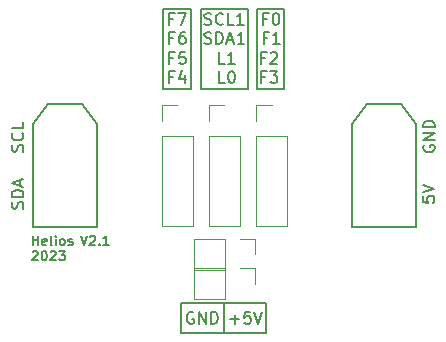
<source format=gbr>
%TF.GenerationSoftware,KiCad,Pcbnew,(7.0.0)*%
%TF.CreationDate,2023-11-14T12:38:22+01:00*%
%TF.ProjectId,Helios_PCB_section,48656c69-6f73-45f5-9043-425f73656374,rev?*%
%TF.SameCoordinates,Original*%
%TF.FileFunction,Legend,Top*%
%TF.FilePolarity,Positive*%
%FSLAX46Y46*%
G04 Gerber Fmt 4.6, Leading zero omitted, Abs format (unit mm)*
G04 Created by KiCad (PCBNEW (7.0.0)) date 2023-11-14 12:38:22*
%MOMM*%
%LPD*%
G01*
G04 APERTURE LIST*
%ADD10C,0.150000*%
%ADD11C,0.120000*%
G04 APERTURE END LIST*
D10*
X88798400Y-95173800D02*
X94208600Y-95173800D01*
X121208800Y-95199200D02*
X121208800Y-86461600D01*
X90093800Y-84759800D02*
X88798400Y-86436200D01*
X99800000Y-83500000D02*
X102200000Y-83500000D01*
X94208600Y-95173800D02*
X94208600Y-86461600D01*
X121208800Y-86461600D02*
X119913400Y-84785200D01*
X110000000Y-83500000D02*
X110000000Y-76750000D01*
X99800000Y-76750000D02*
X99800000Y-83500000D01*
X119913400Y-84785200D02*
X117094000Y-84785200D01*
X102200000Y-83500000D02*
X102200000Y-76750000D01*
X103000000Y-76750000D02*
X103000000Y-83500000D01*
X117094000Y-84785200D02*
X115798600Y-86487000D01*
X102200000Y-76750000D02*
X99800000Y-76750000D01*
X94208600Y-86461600D02*
X92913200Y-84759800D01*
X104950000Y-101600000D02*
X104950000Y-104167000D01*
X92913200Y-84759800D02*
X90093800Y-84759800D01*
X110000000Y-76750000D02*
X107750000Y-76750000D01*
X103000000Y-83500000D02*
X107000000Y-83500000D01*
X107000000Y-83500000D02*
X107000000Y-76750000D01*
X107000000Y-76750000D02*
X103000000Y-76750000D01*
X101352000Y-101600000D02*
X108548000Y-101600000D01*
X108548000Y-101600000D02*
X108548000Y-104167000D01*
X108548000Y-104167000D02*
X101352000Y-104167000D01*
X101352000Y-104167000D02*
X101352000Y-101600000D01*
X88798400Y-86436200D02*
X88798400Y-95173800D01*
X107750000Y-83500000D02*
X110000000Y-83500000D01*
X115798600Y-95199200D02*
X121208800Y-95199200D01*
X107750000Y-76750000D02*
X107750000Y-83500000D01*
X115798600Y-86487000D02*
X115798600Y-95199200D01*
X100671428Y-77558571D02*
X100338095Y-77558571D01*
X100338095Y-78082380D02*
X100338095Y-77082380D01*
X100338095Y-77082380D02*
X100814285Y-77082380D01*
X101100000Y-77082380D02*
X101766666Y-77082380D01*
X101766666Y-77082380D02*
X101338095Y-78082380D01*
X103300000Y-78034761D02*
X103442857Y-78082380D01*
X103442857Y-78082380D02*
X103680952Y-78082380D01*
X103680952Y-78082380D02*
X103776190Y-78034761D01*
X103776190Y-78034761D02*
X103823809Y-77987142D01*
X103823809Y-77987142D02*
X103871428Y-77891904D01*
X103871428Y-77891904D02*
X103871428Y-77796666D01*
X103871428Y-77796666D02*
X103823809Y-77701428D01*
X103823809Y-77701428D02*
X103776190Y-77653809D01*
X103776190Y-77653809D02*
X103680952Y-77606190D01*
X103680952Y-77606190D02*
X103490476Y-77558571D01*
X103490476Y-77558571D02*
X103395238Y-77510952D01*
X103395238Y-77510952D02*
X103347619Y-77463333D01*
X103347619Y-77463333D02*
X103300000Y-77368095D01*
X103300000Y-77368095D02*
X103300000Y-77272857D01*
X103300000Y-77272857D02*
X103347619Y-77177619D01*
X103347619Y-77177619D02*
X103395238Y-77130000D01*
X103395238Y-77130000D02*
X103490476Y-77082380D01*
X103490476Y-77082380D02*
X103728571Y-77082380D01*
X103728571Y-77082380D02*
X103871428Y-77130000D01*
X104871428Y-77987142D02*
X104823809Y-78034761D01*
X104823809Y-78034761D02*
X104680952Y-78082380D01*
X104680952Y-78082380D02*
X104585714Y-78082380D01*
X104585714Y-78082380D02*
X104442857Y-78034761D01*
X104442857Y-78034761D02*
X104347619Y-77939523D01*
X104347619Y-77939523D02*
X104300000Y-77844285D01*
X104300000Y-77844285D02*
X104252381Y-77653809D01*
X104252381Y-77653809D02*
X104252381Y-77510952D01*
X104252381Y-77510952D02*
X104300000Y-77320476D01*
X104300000Y-77320476D02*
X104347619Y-77225238D01*
X104347619Y-77225238D02*
X104442857Y-77130000D01*
X104442857Y-77130000D02*
X104585714Y-77082380D01*
X104585714Y-77082380D02*
X104680952Y-77082380D01*
X104680952Y-77082380D02*
X104823809Y-77130000D01*
X104823809Y-77130000D02*
X104871428Y-77177619D01*
X105776190Y-78082380D02*
X105300000Y-78082380D01*
X105300000Y-78082380D02*
X105300000Y-77082380D01*
X106633333Y-78082380D02*
X106061905Y-78082380D01*
X106347619Y-78082380D02*
X106347619Y-77082380D01*
X106347619Y-77082380D02*
X106252381Y-77225238D01*
X106252381Y-77225238D02*
X106157143Y-77320476D01*
X106157143Y-77320476D02*
X106061905Y-77368095D01*
X108595238Y-77558571D02*
X108261905Y-77558571D01*
X108261905Y-78082380D02*
X108261905Y-77082380D01*
X108261905Y-77082380D02*
X108738095Y-77082380D01*
X109309524Y-77082380D02*
X109404762Y-77082380D01*
X109404762Y-77082380D02*
X109500000Y-77130000D01*
X109500000Y-77130000D02*
X109547619Y-77177619D01*
X109547619Y-77177619D02*
X109595238Y-77272857D01*
X109595238Y-77272857D02*
X109642857Y-77463333D01*
X109642857Y-77463333D02*
X109642857Y-77701428D01*
X109642857Y-77701428D02*
X109595238Y-77891904D01*
X109595238Y-77891904D02*
X109547619Y-77987142D01*
X109547619Y-77987142D02*
X109500000Y-78034761D01*
X109500000Y-78034761D02*
X109404762Y-78082380D01*
X109404762Y-78082380D02*
X109309524Y-78082380D01*
X109309524Y-78082380D02*
X109214286Y-78034761D01*
X109214286Y-78034761D02*
X109166667Y-77987142D01*
X109166667Y-77987142D02*
X109119048Y-77891904D01*
X109119048Y-77891904D02*
X109071429Y-77701428D01*
X109071429Y-77701428D02*
X109071429Y-77463333D01*
X109071429Y-77463333D02*
X109119048Y-77272857D01*
X109119048Y-77272857D02*
X109166667Y-77177619D01*
X109166667Y-77177619D02*
X109214286Y-77130000D01*
X109214286Y-77130000D02*
X109309524Y-77082380D01*
X100671428Y-80858571D02*
X100338095Y-80858571D01*
X100338095Y-81382380D02*
X100338095Y-80382380D01*
X100338095Y-80382380D02*
X100814285Y-80382380D01*
X101671428Y-80382380D02*
X101195238Y-80382380D01*
X101195238Y-80382380D02*
X101147619Y-80858571D01*
X101147619Y-80858571D02*
X101195238Y-80810952D01*
X101195238Y-80810952D02*
X101290476Y-80763333D01*
X101290476Y-80763333D02*
X101528571Y-80763333D01*
X101528571Y-80763333D02*
X101623809Y-80810952D01*
X101623809Y-80810952D02*
X101671428Y-80858571D01*
X101671428Y-80858571D02*
X101719047Y-80953809D01*
X101719047Y-80953809D02*
X101719047Y-81191904D01*
X101719047Y-81191904D02*
X101671428Y-81287142D01*
X101671428Y-81287142D02*
X101623809Y-81334761D01*
X101623809Y-81334761D02*
X101528571Y-81382380D01*
X101528571Y-81382380D02*
X101290476Y-81382380D01*
X101290476Y-81382380D02*
X101195238Y-81334761D01*
X101195238Y-81334761D02*
X101147619Y-81287142D01*
X105023809Y-81382380D02*
X104547619Y-81382380D01*
X104547619Y-81382380D02*
X104547619Y-80382380D01*
X105880952Y-81382380D02*
X105309524Y-81382380D01*
X105595238Y-81382380D02*
X105595238Y-80382380D01*
X105595238Y-80382380D02*
X105500000Y-80525238D01*
X105500000Y-80525238D02*
X105404762Y-80620476D01*
X105404762Y-80620476D02*
X105309524Y-80668095D01*
X108442857Y-80858571D02*
X108109524Y-80858571D01*
X108109524Y-81382380D02*
X108109524Y-80382380D01*
X108109524Y-80382380D02*
X108585714Y-80382380D01*
X108919048Y-80477619D02*
X108966667Y-80430000D01*
X108966667Y-80430000D02*
X109061905Y-80382380D01*
X109061905Y-80382380D02*
X109300000Y-80382380D01*
X109300000Y-80382380D02*
X109395238Y-80430000D01*
X109395238Y-80430000D02*
X109442857Y-80477619D01*
X109442857Y-80477619D02*
X109490476Y-80572857D01*
X109490476Y-80572857D02*
X109490476Y-80668095D01*
X109490476Y-80668095D02*
X109442857Y-80810952D01*
X109442857Y-80810952D02*
X108871429Y-81382380D01*
X108871429Y-81382380D02*
X109490476Y-81382380D01*
X100671428Y-79158571D02*
X100338095Y-79158571D01*
X100338095Y-79682380D02*
X100338095Y-78682380D01*
X100338095Y-78682380D02*
X100814285Y-78682380D01*
X101623809Y-78682380D02*
X101433333Y-78682380D01*
X101433333Y-78682380D02*
X101338095Y-78730000D01*
X101338095Y-78730000D02*
X101290476Y-78777619D01*
X101290476Y-78777619D02*
X101195238Y-78920476D01*
X101195238Y-78920476D02*
X101147619Y-79110952D01*
X101147619Y-79110952D02*
X101147619Y-79491904D01*
X101147619Y-79491904D02*
X101195238Y-79587142D01*
X101195238Y-79587142D02*
X101242857Y-79634761D01*
X101242857Y-79634761D02*
X101338095Y-79682380D01*
X101338095Y-79682380D02*
X101528571Y-79682380D01*
X101528571Y-79682380D02*
X101623809Y-79634761D01*
X101623809Y-79634761D02*
X101671428Y-79587142D01*
X101671428Y-79587142D02*
X101719047Y-79491904D01*
X101719047Y-79491904D02*
X101719047Y-79253809D01*
X101719047Y-79253809D02*
X101671428Y-79158571D01*
X101671428Y-79158571D02*
X101623809Y-79110952D01*
X101623809Y-79110952D02*
X101528571Y-79063333D01*
X101528571Y-79063333D02*
X101338095Y-79063333D01*
X101338095Y-79063333D02*
X101242857Y-79110952D01*
X101242857Y-79110952D02*
X101195238Y-79158571D01*
X101195238Y-79158571D02*
X101147619Y-79253809D01*
X103300000Y-79634761D02*
X103442857Y-79682380D01*
X103442857Y-79682380D02*
X103680952Y-79682380D01*
X103680952Y-79682380D02*
X103776190Y-79634761D01*
X103776190Y-79634761D02*
X103823809Y-79587142D01*
X103823809Y-79587142D02*
X103871428Y-79491904D01*
X103871428Y-79491904D02*
X103871428Y-79396666D01*
X103871428Y-79396666D02*
X103823809Y-79301428D01*
X103823809Y-79301428D02*
X103776190Y-79253809D01*
X103776190Y-79253809D02*
X103680952Y-79206190D01*
X103680952Y-79206190D02*
X103490476Y-79158571D01*
X103490476Y-79158571D02*
X103395238Y-79110952D01*
X103395238Y-79110952D02*
X103347619Y-79063333D01*
X103347619Y-79063333D02*
X103300000Y-78968095D01*
X103300000Y-78968095D02*
X103300000Y-78872857D01*
X103300000Y-78872857D02*
X103347619Y-78777619D01*
X103347619Y-78777619D02*
X103395238Y-78730000D01*
X103395238Y-78730000D02*
X103490476Y-78682380D01*
X103490476Y-78682380D02*
X103728571Y-78682380D01*
X103728571Y-78682380D02*
X103871428Y-78730000D01*
X104300000Y-79682380D02*
X104300000Y-78682380D01*
X104300000Y-78682380D02*
X104538095Y-78682380D01*
X104538095Y-78682380D02*
X104680952Y-78730000D01*
X104680952Y-78730000D02*
X104776190Y-78825238D01*
X104776190Y-78825238D02*
X104823809Y-78920476D01*
X104823809Y-78920476D02*
X104871428Y-79110952D01*
X104871428Y-79110952D02*
X104871428Y-79253809D01*
X104871428Y-79253809D02*
X104823809Y-79444285D01*
X104823809Y-79444285D02*
X104776190Y-79539523D01*
X104776190Y-79539523D02*
X104680952Y-79634761D01*
X104680952Y-79634761D02*
X104538095Y-79682380D01*
X104538095Y-79682380D02*
X104300000Y-79682380D01*
X105252381Y-79396666D02*
X105728571Y-79396666D01*
X105157143Y-79682380D02*
X105490476Y-78682380D01*
X105490476Y-78682380D02*
X105823809Y-79682380D01*
X106680952Y-79682380D02*
X106109524Y-79682380D01*
X106395238Y-79682380D02*
X106395238Y-78682380D01*
X106395238Y-78682380D02*
X106300000Y-78825238D01*
X106300000Y-78825238D02*
X106204762Y-78920476D01*
X106204762Y-78920476D02*
X106109524Y-78968095D01*
X108642857Y-79158571D02*
X108309524Y-79158571D01*
X108309524Y-79682380D02*
X108309524Y-78682380D01*
X108309524Y-78682380D02*
X108785714Y-78682380D01*
X109690476Y-79682380D02*
X109119048Y-79682380D01*
X109404762Y-79682380D02*
X109404762Y-78682380D01*
X109404762Y-78682380D02*
X109309524Y-78825238D01*
X109309524Y-78825238D02*
X109214286Y-78920476D01*
X109214286Y-78920476D02*
X109119048Y-78968095D01*
X88785676Y-96726304D02*
X88785676Y-95926304D01*
X88785676Y-96307257D02*
X89242819Y-96307257D01*
X89242819Y-96726304D02*
X89242819Y-95926304D01*
X89928533Y-96688209D02*
X89852342Y-96726304D01*
X89852342Y-96726304D02*
X89699961Y-96726304D01*
X89699961Y-96726304D02*
X89623771Y-96688209D01*
X89623771Y-96688209D02*
X89585675Y-96612019D01*
X89585675Y-96612019D02*
X89585675Y-96307257D01*
X89585675Y-96307257D02*
X89623771Y-96231066D01*
X89623771Y-96231066D02*
X89699961Y-96192971D01*
X89699961Y-96192971D02*
X89852342Y-96192971D01*
X89852342Y-96192971D02*
X89928533Y-96231066D01*
X89928533Y-96231066D02*
X89966628Y-96307257D01*
X89966628Y-96307257D02*
X89966628Y-96383447D01*
X89966628Y-96383447D02*
X89585675Y-96459638D01*
X90423770Y-96726304D02*
X90347580Y-96688209D01*
X90347580Y-96688209D02*
X90309485Y-96612019D01*
X90309485Y-96612019D02*
X90309485Y-95926304D01*
X90728533Y-96726304D02*
X90728533Y-96192971D01*
X90728533Y-95926304D02*
X90690437Y-95964400D01*
X90690437Y-95964400D02*
X90728533Y-96002495D01*
X90728533Y-96002495D02*
X90766628Y-95964400D01*
X90766628Y-95964400D02*
X90728533Y-95926304D01*
X90728533Y-95926304D02*
X90728533Y-96002495D01*
X91223770Y-96726304D02*
X91147580Y-96688209D01*
X91147580Y-96688209D02*
X91109485Y-96650114D01*
X91109485Y-96650114D02*
X91071389Y-96573923D01*
X91071389Y-96573923D02*
X91071389Y-96345352D01*
X91071389Y-96345352D02*
X91109485Y-96269161D01*
X91109485Y-96269161D02*
X91147580Y-96231066D01*
X91147580Y-96231066D02*
X91223770Y-96192971D01*
X91223770Y-96192971D02*
X91338056Y-96192971D01*
X91338056Y-96192971D02*
X91414247Y-96231066D01*
X91414247Y-96231066D02*
X91452342Y-96269161D01*
X91452342Y-96269161D02*
X91490437Y-96345352D01*
X91490437Y-96345352D02*
X91490437Y-96573923D01*
X91490437Y-96573923D02*
X91452342Y-96650114D01*
X91452342Y-96650114D02*
X91414247Y-96688209D01*
X91414247Y-96688209D02*
X91338056Y-96726304D01*
X91338056Y-96726304D02*
X91223770Y-96726304D01*
X91795199Y-96688209D02*
X91871390Y-96726304D01*
X91871390Y-96726304D02*
X92023771Y-96726304D01*
X92023771Y-96726304D02*
X92099961Y-96688209D01*
X92099961Y-96688209D02*
X92138057Y-96612019D01*
X92138057Y-96612019D02*
X92138057Y-96573923D01*
X92138057Y-96573923D02*
X92099961Y-96497733D01*
X92099961Y-96497733D02*
X92023771Y-96459638D01*
X92023771Y-96459638D02*
X91909485Y-96459638D01*
X91909485Y-96459638D02*
X91833295Y-96421542D01*
X91833295Y-96421542D02*
X91795199Y-96345352D01*
X91795199Y-96345352D02*
X91795199Y-96307257D01*
X91795199Y-96307257D02*
X91833295Y-96231066D01*
X91833295Y-96231066D02*
X91909485Y-96192971D01*
X91909485Y-96192971D02*
X92023771Y-96192971D01*
X92023771Y-96192971D02*
X92099961Y-96231066D01*
X92846628Y-95926304D02*
X93113295Y-96726304D01*
X93113295Y-96726304D02*
X93379961Y-95926304D01*
X93608532Y-96002495D02*
X93646628Y-95964400D01*
X93646628Y-95964400D02*
X93722818Y-95926304D01*
X93722818Y-95926304D02*
X93913294Y-95926304D01*
X93913294Y-95926304D02*
X93989485Y-95964400D01*
X93989485Y-95964400D02*
X94027580Y-96002495D01*
X94027580Y-96002495D02*
X94065675Y-96078685D01*
X94065675Y-96078685D02*
X94065675Y-96154876D01*
X94065675Y-96154876D02*
X94027580Y-96269161D01*
X94027580Y-96269161D02*
X93570437Y-96726304D01*
X93570437Y-96726304D02*
X94065675Y-96726304D01*
X94408533Y-96650114D02*
X94446628Y-96688209D01*
X94446628Y-96688209D02*
X94408533Y-96726304D01*
X94408533Y-96726304D02*
X94370437Y-96688209D01*
X94370437Y-96688209D02*
X94408533Y-96650114D01*
X94408533Y-96650114D02*
X94408533Y-96726304D01*
X95208532Y-96726304D02*
X94751389Y-96726304D01*
X94979961Y-96726304D02*
X94979961Y-95926304D01*
X94979961Y-95926304D02*
X94903770Y-96040590D01*
X94903770Y-96040590D02*
X94827580Y-96116780D01*
X94827580Y-96116780D02*
X94751389Y-96154876D01*
X88747580Y-97298495D02*
X88785676Y-97260400D01*
X88785676Y-97260400D02*
X88861866Y-97222304D01*
X88861866Y-97222304D02*
X89052342Y-97222304D01*
X89052342Y-97222304D02*
X89128533Y-97260400D01*
X89128533Y-97260400D02*
X89166628Y-97298495D01*
X89166628Y-97298495D02*
X89204723Y-97374685D01*
X89204723Y-97374685D02*
X89204723Y-97450876D01*
X89204723Y-97450876D02*
X89166628Y-97565161D01*
X89166628Y-97565161D02*
X88709485Y-98022304D01*
X88709485Y-98022304D02*
X89204723Y-98022304D01*
X89699962Y-97222304D02*
X89776152Y-97222304D01*
X89776152Y-97222304D02*
X89852343Y-97260400D01*
X89852343Y-97260400D02*
X89890438Y-97298495D01*
X89890438Y-97298495D02*
X89928533Y-97374685D01*
X89928533Y-97374685D02*
X89966628Y-97527066D01*
X89966628Y-97527066D02*
X89966628Y-97717542D01*
X89966628Y-97717542D02*
X89928533Y-97869923D01*
X89928533Y-97869923D02*
X89890438Y-97946114D01*
X89890438Y-97946114D02*
X89852343Y-97984209D01*
X89852343Y-97984209D02*
X89776152Y-98022304D01*
X89776152Y-98022304D02*
X89699962Y-98022304D01*
X89699962Y-98022304D02*
X89623771Y-97984209D01*
X89623771Y-97984209D02*
X89585676Y-97946114D01*
X89585676Y-97946114D02*
X89547581Y-97869923D01*
X89547581Y-97869923D02*
X89509485Y-97717542D01*
X89509485Y-97717542D02*
X89509485Y-97527066D01*
X89509485Y-97527066D02*
X89547581Y-97374685D01*
X89547581Y-97374685D02*
X89585676Y-97298495D01*
X89585676Y-97298495D02*
X89623771Y-97260400D01*
X89623771Y-97260400D02*
X89699962Y-97222304D01*
X90271390Y-97298495D02*
X90309486Y-97260400D01*
X90309486Y-97260400D02*
X90385676Y-97222304D01*
X90385676Y-97222304D02*
X90576152Y-97222304D01*
X90576152Y-97222304D02*
X90652343Y-97260400D01*
X90652343Y-97260400D02*
X90690438Y-97298495D01*
X90690438Y-97298495D02*
X90728533Y-97374685D01*
X90728533Y-97374685D02*
X90728533Y-97450876D01*
X90728533Y-97450876D02*
X90690438Y-97565161D01*
X90690438Y-97565161D02*
X90233295Y-98022304D01*
X90233295Y-98022304D02*
X90728533Y-98022304D01*
X90995200Y-97222304D02*
X91490438Y-97222304D01*
X91490438Y-97222304D02*
X91223772Y-97527066D01*
X91223772Y-97527066D02*
X91338057Y-97527066D01*
X91338057Y-97527066D02*
X91414248Y-97565161D01*
X91414248Y-97565161D02*
X91452343Y-97603257D01*
X91452343Y-97603257D02*
X91490438Y-97679447D01*
X91490438Y-97679447D02*
X91490438Y-97869923D01*
X91490438Y-97869923D02*
X91452343Y-97946114D01*
X91452343Y-97946114D02*
X91414248Y-97984209D01*
X91414248Y-97984209D02*
X91338057Y-98022304D01*
X91338057Y-98022304D02*
X91109486Y-98022304D01*
X91109486Y-98022304D02*
X91033295Y-97984209D01*
X91033295Y-97984209D02*
X90995200Y-97946114D01*
X121769180Y-92605314D02*
X121769180Y-93081504D01*
X121769180Y-93081504D02*
X122245371Y-93129123D01*
X122245371Y-93129123D02*
X122197752Y-93081504D01*
X122197752Y-93081504D02*
X122150133Y-92986266D01*
X122150133Y-92986266D02*
X122150133Y-92748171D01*
X122150133Y-92748171D02*
X122197752Y-92652933D01*
X122197752Y-92652933D02*
X122245371Y-92605314D01*
X122245371Y-92605314D02*
X122340609Y-92557695D01*
X122340609Y-92557695D02*
X122578704Y-92557695D01*
X122578704Y-92557695D02*
X122673942Y-92605314D01*
X122673942Y-92605314D02*
X122721561Y-92652933D01*
X122721561Y-92652933D02*
X122769180Y-92748171D01*
X122769180Y-92748171D02*
X122769180Y-92986266D01*
X122769180Y-92986266D02*
X122721561Y-93081504D01*
X122721561Y-93081504D02*
X122673942Y-93129123D01*
X121769180Y-92271980D02*
X122769180Y-91938647D01*
X122769180Y-91938647D02*
X121769180Y-91605314D01*
X87923561Y-88811123D02*
X87971180Y-88668266D01*
X87971180Y-88668266D02*
X87971180Y-88430171D01*
X87971180Y-88430171D02*
X87923561Y-88334933D01*
X87923561Y-88334933D02*
X87875942Y-88287314D01*
X87875942Y-88287314D02*
X87780704Y-88239695D01*
X87780704Y-88239695D02*
X87685466Y-88239695D01*
X87685466Y-88239695D02*
X87590228Y-88287314D01*
X87590228Y-88287314D02*
X87542609Y-88334933D01*
X87542609Y-88334933D02*
X87494990Y-88430171D01*
X87494990Y-88430171D02*
X87447371Y-88620647D01*
X87447371Y-88620647D02*
X87399752Y-88715885D01*
X87399752Y-88715885D02*
X87352133Y-88763504D01*
X87352133Y-88763504D02*
X87256895Y-88811123D01*
X87256895Y-88811123D02*
X87161657Y-88811123D01*
X87161657Y-88811123D02*
X87066419Y-88763504D01*
X87066419Y-88763504D02*
X87018800Y-88715885D01*
X87018800Y-88715885D02*
X86971180Y-88620647D01*
X86971180Y-88620647D02*
X86971180Y-88382552D01*
X86971180Y-88382552D02*
X87018800Y-88239695D01*
X87875942Y-87239695D02*
X87923561Y-87287314D01*
X87923561Y-87287314D02*
X87971180Y-87430171D01*
X87971180Y-87430171D02*
X87971180Y-87525409D01*
X87971180Y-87525409D02*
X87923561Y-87668266D01*
X87923561Y-87668266D02*
X87828323Y-87763504D01*
X87828323Y-87763504D02*
X87733085Y-87811123D01*
X87733085Y-87811123D02*
X87542609Y-87858742D01*
X87542609Y-87858742D02*
X87399752Y-87858742D01*
X87399752Y-87858742D02*
X87209276Y-87811123D01*
X87209276Y-87811123D02*
X87114038Y-87763504D01*
X87114038Y-87763504D02*
X87018800Y-87668266D01*
X87018800Y-87668266D02*
X86971180Y-87525409D01*
X86971180Y-87525409D02*
X86971180Y-87430171D01*
X86971180Y-87430171D02*
X87018800Y-87287314D01*
X87018800Y-87287314D02*
X87066419Y-87239695D01*
X87971180Y-86334933D02*
X87971180Y-86811123D01*
X87971180Y-86811123D02*
X86971180Y-86811123D01*
X100671428Y-82458571D02*
X100338095Y-82458571D01*
X100338095Y-82982380D02*
X100338095Y-81982380D01*
X100338095Y-81982380D02*
X100814285Y-81982380D01*
X101623809Y-82315714D02*
X101623809Y-82982380D01*
X101385714Y-81934761D02*
X101147619Y-82649047D01*
X101147619Y-82649047D02*
X101766666Y-82649047D01*
X105023809Y-82982380D02*
X104547619Y-82982380D01*
X104547619Y-82982380D02*
X104547619Y-81982380D01*
X105547619Y-81982380D02*
X105642857Y-81982380D01*
X105642857Y-81982380D02*
X105738095Y-82030000D01*
X105738095Y-82030000D02*
X105785714Y-82077619D01*
X105785714Y-82077619D02*
X105833333Y-82172857D01*
X105833333Y-82172857D02*
X105880952Y-82363333D01*
X105880952Y-82363333D02*
X105880952Y-82601428D01*
X105880952Y-82601428D02*
X105833333Y-82791904D01*
X105833333Y-82791904D02*
X105785714Y-82887142D01*
X105785714Y-82887142D02*
X105738095Y-82934761D01*
X105738095Y-82934761D02*
X105642857Y-82982380D01*
X105642857Y-82982380D02*
X105547619Y-82982380D01*
X105547619Y-82982380D02*
X105452381Y-82934761D01*
X105452381Y-82934761D02*
X105404762Y-82887142D01*
X105404762Y-82887142D02*
X105357143Y-82791904D01*
X105357143Y-82791904D02*
X105309524Y-82601428D01*
X105309524Y-82601428D02*
X105309524Y-82363333D01*
X105309524Y-82363333D02*
X105357143Y-82172857D01*
X105357143Y-82172857D02*
X105404762Y-82077619D01*
X105404762Y-82077619D02*
X105452381Y-82030000D01*
X105452381Y-82030000D02*
X105547619Y-81982380D01*
X108442857Y-82458571D02*
X108109524Y-82458571D01*
X108109524Y-82982380D02*
X108109524Y-81982380D01*
X108109524Y-81982380D02*
X108585714Y-81982380D01*
X108871429Y-81982380D02*
X109490476Y-81982380D01*
X109490476Y-81982380D02*
X109157143Y-82363333D01*
X109157143Y-82363333D02*
X109300000Y-82363333D01*
X109300000Y-82363333D02*
X109395238Y-82410952D01*
X109395238Y-82410952D02*
X109442857Y-82458571D01*
X109442857Y-82458571D02*
X109490476Y-82553809D01*
X109490476Y-82553809D02*
X109490476Y-82791904D01*
X109490476Y-82791904D02*
X109442857Y-82887142D01*
X109442857Y-82887142D02*
X109395238Y-82934761D01*
X109395238Y-82934761D02*
X109300000Y-82982380D01*
X109300000Y-82982380D02*
X109014286Y-82982380D01*
X109014286Y-82982380D02*
X108919048Y-82934761D01*
X108919048Y-82934761D02*
X108871429Y-82887142D01*
X102361904Y-102430000D02*
X102266666Y-102382380D01*
X102266666Y-102382380D02*
X102123809Y-102382380D01*
X102123809Y-102382380D02*
X101980952Y-102430000D01*
X101980952Y-102430000D02*
X101885714Y-102525238D01*
X101885714Y-102525238D02*
X101838095Y-102620476D01*
X101838095Y-102620476D02*
X101790476Y-102810952D01*
X101790476Y-102810952D02*
X101790476Y-102953809D01*
X101790476Y-102953809D02*
X101838095Y-103144285D01*
X101838095Y-103144285D02*
X101885714Y-103239523D01*
X101885714Y-103239523D02*
X101980952Y-103334761D01*
X101980952Y-103334761D02*
X102123809Y-103382380D01*
X102123809Y-103382380D02*
X102219047Y-103382380D01*
X102219047Y-103382380D02*
X102361904Y-103334761D01*
X102361904Y-103334761D02*
X102409523Y-103287142D01*
X102409523Y-103287142D02*
X102409523Y-102953809D01*
X102409523Y-102953809D02*
X102219047Y-102953809D01*
X102838095Y-103382380D02*
X102838095Y-102382380D01*
X102838095Y-102382380D02*
X103409523Y-103382380D01*
X103409523Y-103382380D02*
X103409523Y-102382380D01*
X103885714Y-103382380D02*
X103885714Y-102382380D01*
X103885714Y-102382380D02*
X104123809Y-102382380D01*
X104123809Y-102382380D02*
X104266666Y-102430000D01*
X104266666Y-102430000D02*
X104361904Y-102525238D01*
X104361904Y-102525238D02*
X104409523Y-102620476D01*
X104409523Y-102620476D02*
X104457142Y-102810952D01*
X104457142Y-102810952D02*
X104457142Y-102953809D01*
X104457142Y-102953809D02*
X104409523Y-103144285D01*
X104409523Y-103144285D02*
X104361904Y-103239523D01*
X104361904Y-103239523D02*
X104266666Y-103334761D01*
X104266666Y-103334761D02*
X104123809Y-103382380D01*
X104123809Y-103382380D02*
X103885714Y-103382380D01*
X105485714Y-103001428D02*
X106247619Y-103001428D01*
X105866666Y-103382380D02*
X105866666Y-102620476D01*
X107199999Y-102382380D02*
X106723809Y-102382380D01*
X106723809Y-102382380D02*
X106676190Y-102858571D01*
X106676190Y-102858571D02*
X106723809Y-102810952D01*
X106723809Y-102810952D02*
X106819047Y-102763333D01*
X106819047Y-102763333D02*
X107057142Y-102763333D01*
X107057142Y-102763333D02*
X107152380Y-102810952D01*
X107152380Y-102810952D02*
X107199999Y-102858571D01*
X107199999Y-102858571D02*
X107247618Y-102953809D01*
X107247618Y-102953809D02*
X107247618Y-103191904D01*
X107247618Y-103191904D02*
X107199999Y-103287142D01*
X107199999Y-103287142D02*
X107152380Y-103334761D01*
X107152380Y-103334761D02*
X107057142Y-103382380D01*
X107057142Y-103382380D02*
X106819047Y-103382380D01*
X106819047Y-103382380D02*
X106723809Y-103334761D01*
X106723809Y-103334761D02*
X106676190Y-103287142D01*
X107533333Y-102382380D02*
X107866666Y-103382380D01*
X107866666Y-103382380D02*
X108199999Y-102382380D01*
X121867600Y-88290495D02*
X121819980Y-88385733D01*
X121819980Y-88385733D02*
X121819980Y-88528590D01*
X121819980Y-88528590D02*
X121867600Y-88671447D01*
X121867600Y-88671447D02*
X121962838Y-88766685D01*
X121962838Y-88766685D02*
X122058076Y-88814304D01*
X122058076Y-88814304D02*
X122248552Y-88861923D01*
X122248552Y-88861923D02*
X122391409Y-88861923D01*
X122391409Y-88861923D02*
X122581885Y-88814304D01*
X122581885Y-88814304D02*
X122677123Y-88766685D01*
X122677123Y-88766685D02*
X122772361Y-88671447D01*
X122772361Y-88671447D02*
X122819980Y-88528590D01*
X122819980Y-88528590D02*
X122819980Y-88433352D01*
X122819980Y-88433352D02*
X122772361Y-88290495D01*
X122772361Y-88290495D02*
X122724742Y-88242876D01*
X122724742Y-88242876D02*
X122391409Y-88242876D01*
X122391409Y-88242876D02*
X122391409Y-88433352D01*
X122819980Y-87814304D02*
X121819980Y-87814304D01*
X121819980Y-87814304D02*
X122819980Y-87242876D01*
X122819980Y-87242876D02*
X121819980Y-87242876D01*
X122819980Y-86766685D02*
X121819980Y-86766685D01*
X121819980Y-86766685D02*
X121819980Y-86528590D01*
X121819980Y-86528590D02*
X121867600Y-86385733D01*
X121867600Y-86385733D02*
X121962838Y-86290495D01*
X121962838Y-86290495D02*
X122058076Y-86242876D01*
X122058076Y-86242876D02*
X122248552Y-86195257D01*
X122248552Y-86195257D02*
X122391409Y-86195257D01*
X122391409Y-86195257D02*
X122581885Y-86242876D01*
X122581885Y-86242876D02*
X122677123Y-86290495D01*
X122677123Y-86290495D02*
X122772361Y-86385733D01*
X122772361Y-86385733D02*
X122819980Y-86528590D01*
X122819980Y-86528590D02*
X122819980Y-86766685D01*
X87923561Y-93637123D02*
X87971180Y-93494266D01*
X87971180Y-93494266D02*
X87971180Y-93256171D01*
X87971180Y-93256171D02*
X87923561Y-93160933D01*
X87923561Y-93160933D02*
X87875942Y-93113314D01*
X87875942Y-93113314D02*
X87780704Y-93065695D01*
X87780704Y-93065695D02*
X87685466Y-93065695D01*
X87685466Y-93065695D02*
X87590228Y-93113314D01*
X87590228Y-93113314D02*
X87542609Y-93160933D01*
X87542609Y-93160933D02*
X87494990Y-93256171D01*
X87494990Y-93256171D02*
X87447371Y-93446647D01*
X87447371Y-93446647D02*
X87399752Y-93541885D01*
X87399752Y-93541885D02*
X87352133Y-93589504D01*
X87352133Y-93589504D02*
X87256895Y-93637123D01*
X87256895Y-93637123D02*
X87161657Y-93637123D01*
X87161657Y-93637123D02*
X87066419Y-93589504D01*
X87066419Y-93589504D02*
X87018800Y-93541885D01*
X87018800Y-93541885D02*
X86971180Y-93446647D01*
X86971180Y-93446647D02*
X86971180Y-93208552D01*
X86971180Y-93208552D02*
X87018800Y-93065695D01*
X87971180Y-92637123D02*
X86971180Y-92637123D01*
X86971180Y-92637123D02*
X86971180Y-92399028D01*
X86971180Y-92399028D02*
X87018800Y-92256171D01*
X87018800Y-92256171D02*
X87114038Y-92160933D01*
X87114038Y-92160933D02*
X87209276Y-92113314D01*
X87209276Y-92113314D02*
X87399752Y-92065695D01*
X87399752Y-92065695D02*
X87542609Y-92065695D01*
X87542609Y-92065695D02*
X87733085Y-92113314D01*
X87733085Y-92113314D02*
X87828323Y-92160933D01*
X87828323Y-92160933D02*
X87923561Y-92256171D01*
X87923561Y-92256171D02*
X87971180Y-92399028D01*
X87971180Y-92399028D02*
X87971180Y-92637123D01*
X87685466Y-91684742D02*
X87685466Y-91208552D01*
X87971180Y-91779980D02*
X86971180Y-91446647D01*
X86971180Y-91446647D02*
X87971180Y-91113314D01*
D11*
%TO.C,J4*%
X107670000Y-84870000D02*
X109000000Y-84870000D01*
X107670000Y-86200000D02*
X107670000Y-84870000D01*
X107670000Y-87470000D02*
X107670000Y-95150000D01*
X107670000Y-87470000D02*
X110330000Y-87470000D01*
X107670000Y-95150000D02*
X110330000Y-95150000D01*
X110330000Y-87470000D02*
X110330000Y-95150000D01*
%TO.C,J5*%
X99670000Y-84870000D02*
X101000000Y-84870000D01*
X99670000Y-86200000D02*
X99670000Y-84870000D01*
X99670000Y-87470000D02*
X99670000Y-95150000D01*
X99670000Y-87470000D02*
X102330000Y-87470000D01*
X99670000Y-95150000D02*
X102330000Y-95150000D01*
X102330000Y-87470000D02*
X102330000Y-95150000D01*
%TO.C,J6*%
X103670000Y-84870000D02*
X105000000Y-84870000D01*
X103670000Y-86200000D02*
X103670000Y-84870000D01*
X103670000Y-87470000D02*
X103670000Y-95150000D01*
X103670000Y-87470000D02*
X106330000Y-87470000D01*
X103670000Y-95150000D02*
X106330000Y-95150000D01*
X106330000Y-87470000D02*
X106330000Y-95150000D01*
%TO.C,J7*%
X107620000Y-98670000D02*
X107620000Y-100000000D01*
X106290000Y-98670000D02*
X107620000Y-98670000D01*
X105020000Y-98670000D02*
X102420000Y-98670000D01*
X105020000Y-98670000D02*
X105020000Y-101330000D01*
X102420000Y-98670000D02*
X102420000Y-101330000D01*
X105020000Y-101330000D02*
X102420000Y-101330000D01*
%TO.C,J2*%
X107605000Y-96170000D02*
X107605000Y-97500000D01*
X106275000Y-96170000D02*
X107605000Y-96170000D01*
X105005000Y-96170000D02*
X102405000Y-96170000D01*
X105005000Y-96170000D02*
X105005000Y-98830000D01*
X102405000Y-96170000D02*
X102405000Y-98830000D01*
X105005000Y-98830000D02*
X102405000Y-98830000D01*
%TD*%
M02*

</source>
